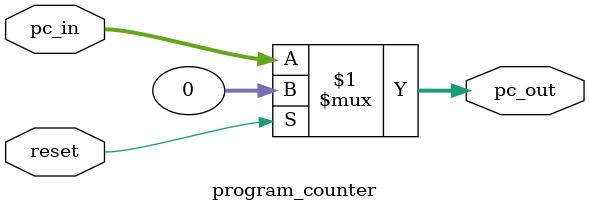
<source format=v>
module program_counter(pc_out,reset,pc_in);
  // Ilk baslangic esnasinde pc yi resetlemek icin kullanilir
  input reset;
  input [31:0] pc_in;
  output [31:0] pc_out;

  // ilk basta 0 ata
  assign pc_out = reset ? 0:pc_in;

endmodule

</source>
